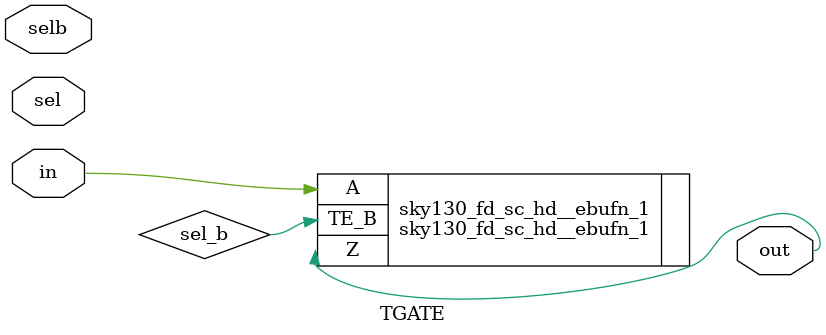
<source format=v>
`timescale 1ns / 1ps

module const0(const0);
//----- OUTPUT PORTS -----
output [0:0] const0;

//----- BEGIN wire-connection ports -----
//----- END wire-connection ports -----


//----- BEGIN Registered ports -----
//----- END Registered ports -----

	assign const0[0] = 1'b0;
endmodule
// ----- END Verilog module for const0 -----

// ----- Verilog module for const1 -----
module const1(const1);
//----- OUTPUT PORTS -----
output [0:0] const1;

//----- BEGIN wire-connection ports -----
//----- END wire-connection ports -----


//----- BEGIN Registered ports -----
//----- END Registered ports -----

	assign const1[0] = 1'b1;
endmodule
// ----- END Verilog module for const1 -----

// ----- Verilog module for INVTX1 -----
module INVTX1(in,
              out);
//----- INPUT PORTS -----
input [0:0] in;
//----- OUTPUT PORTS -----
output [0:0] out;

//----- BEGIN wire-connection ports -----
//----- END wire-connection ports -----


//----- BEGIN Registered ports -----
//----- END Registered ports -----

// ----- Verilog codes of a regular inverter -----
	sky130_fd_sc_hd__inv_1 sky130_fd_sc_hd__inv_1( .A(in), .Y(out) );
`ifdef ENABLE_TIMING
// ------ BEGIN Pin-to-pin Timing constraints -----
	specify
		(in[0] => out[0]) = (0.01, 0.01);
	endspecify
// ------ END Pin-to-pin Timing constraints -----
`endif

/*`ifdef ENABLE_SIGNAL_INITIALIZATION
// ------ BEGIN driver initialization -----
	initial begin
	`ifdef ENABLE_FORMAL_VERIFICATION
		$deposit(in[0], 1'b0);
	`else
		$deposit(in[0], $random);
	`endif

	end
// ------ END driver initialization -----
`endif*/
endmodule
// ----- END Verilog module for INVTX1 -----

// ----- Verilog module for buf4 -----
module buf4(in,
            out);
//----- INPUT PORTS -----
input [0:0] in;
//----- OUTPUT PORTS -----
output [0:0] out;

//----- BEGIN wire-connection ports -----
//----- END wire-connection ports -----


//----- BEGIN Registered ports -----
//----- END Registered ports -----

// ----- Verilog codes of a regular inverter -----
	sky130_fd_sc_hd__buf_1 sky130_fd_sc_hd__buf_1( .A(in), .X(out) );

`ifdef ENABLE_TIMING
// ------ BEGIN Pin-to-pin Timing constraints -----
	specify
		(in[0] => out[0]) = (0.01, 0.01);
	endspecify
// ------ END Pin-to-pin Timing constraints -----
`endif
/*
`ifdef ENABLE_SIGNAL_INITIALIZATION
// ------ BEGIN driver initialization -----
	initial begin
	`ifdef ENABLE_FORMAL_VERIFICATION
		$deposit(in[0], 1'b0);
	`else
		$deposit(in[0], $random);
	`endif

	end
// ------ END driver initialization -----
`endif
*/
endmodule
// ----- END Verilog module for buf4 -----

// ----- Verilog module for tap_buf4 -----
module tap_buf4(in,
                out);
//----- INPUT PORTS -----
input [0:0] in;
//----- OUTPUT PORTS -----
output [0:0] out;

//----- BEGIN wire-connection ports -----
//----- END wire-connection ports -----


//----- BEGIN Registered ports -----
//----- END Registered ports -----

// ----- Verilog codes of a regular inverter -----
	sky130_fd_sc_hd__inv_1 sky130_fd_sc_hd__inv_1( .A(in), .Y(out) );

`ifdef ENABLE_TIMING
// ------ BEGIN Pin-to-pin Timing constraints -----
	specify
		(in[0] => out[0]) = (0.01, 0.01);
	endspecify
// ------ END Pin-to-pin Timing constraints -----
`endif
/*
`ifdef ENABLE_SIGNAL_INITIALIZATION
// ------ BEGIN driver initialization -----
	initial begin
	`ifdef ENABLE_FORMAL_VERIFICATION
		$deposit(in[0], 1'b0);
	`else
		$deposit(in[0], $random);
	`endif

	end
// ------ END driver initialization -----
`endif
*/
endmodule
// ----- END Verilog module for tap_buf4 -----

// ----- Verilog module for TGATE -----
module TGATE(in,
             sel,
             selb,
             out);
//----- INPUT PORTS -----
input [0:0] in;
//----- INPUT PORTS -----
input [0:0] sel;
//----- INPUT PORTS -----
input [0:0] selb;
//----- OUTPUT PORTS -----
output [0:0] out;

//----- BEGIN wire-connection ports -----
//----- END wire-connection ports -----


//----- BEGIN Registered ports -----
//----- END Registered ports -----
	sky130_fd_sc_hd__ebufn_1 sky130_fd_sc_hd__ebufn_1( .A(in), .Z(out), .TE_B(sel_b) );
	//assign out = sel ? in : 1'bz;

`ifdef ENABLE_TIMING
// ------ BEGIN Pin-to-pin Timing constraints -----
	specify
		(in[0] => out[0]) = (0.01, 0.01);
		(sel[0] => out[0]) = (0.005, 0.005);
		(selb[0] => out[0]) = (0.005, 0.005);
	endspecify
// ------ END Pin-to-pin Timing constraints -----
`endif
/*
`ifdef ENABLE_SIGNAL_INITIALIZATION
// ------ BEGIN driver initialization -----
	initial begin
	`ifdef ENABLE_FORMAL_VERIFICATION
		$deposit(in[0], 1'b0);
		$deposit(sel[0], 1'b0);
		$deposit(selb[0], 1'b0);
	`else
		$deposit(in[0], $random);
		$deposit(sel[0], $random);
		$deposit(selb[0], $random);
	`endif

	end
// ------ END driver initialization -----
`endif
*/
endmodule
// ----- END Verilog module for TGATE -----

</source>
